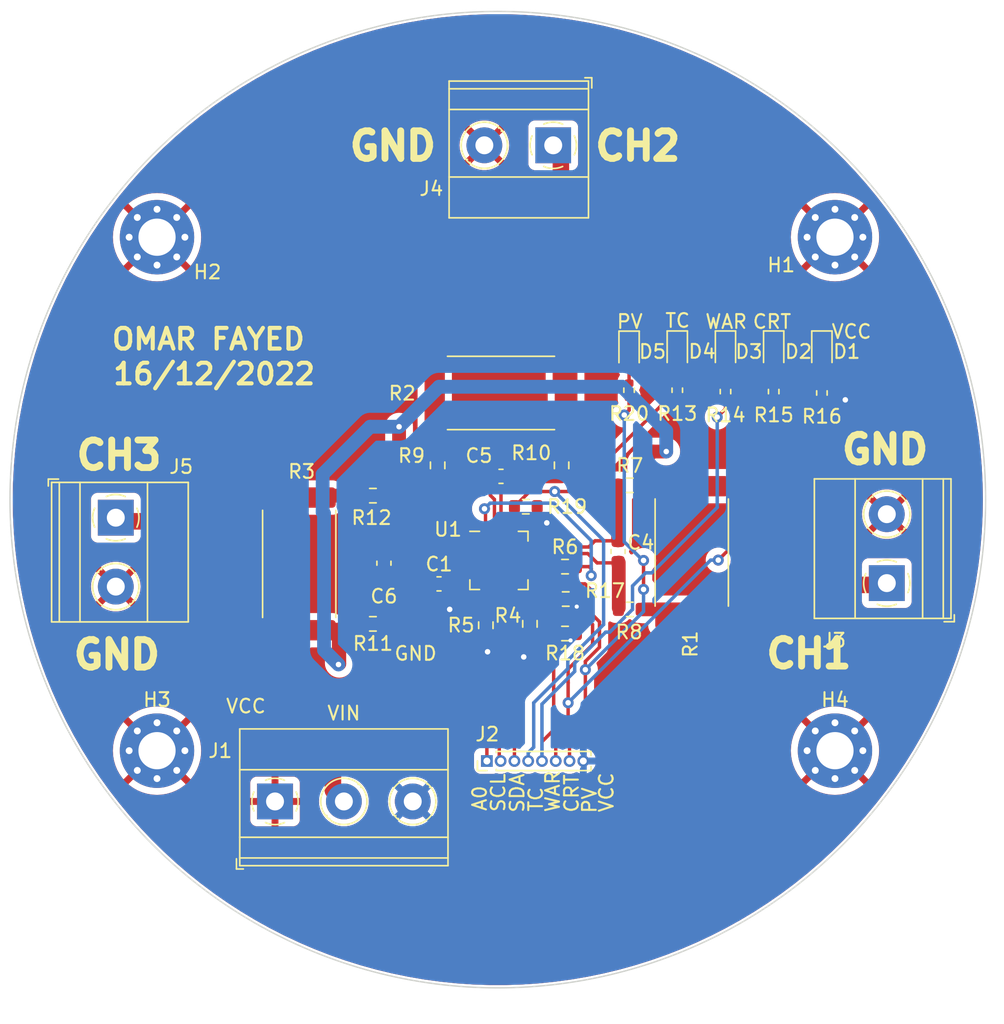
<source format=kicad_pcb>
(kicad_pcb (version 20221018) (generator pcbnew)
  (layers (0 "F.Cu" signal) (31 "B.Cu" signal) (34 "B.Paste" user) (35 "F.Paste" user) (36 "B.SilkS" user "B.Silkscreen") (37 "F.SilkS" user "F.Silkscreen") (38 "B.Mask" user) (39 "F.Mask" user) (44 "Edge.Cuts" user))
  (net 0 "")
  (net 1 "Net-(C4-Pad1)")
  (net 2 "Net-(C4-Pad2)")
  (net 3 "GND")
  (net 4 "VCC")
  (net 5 "A0")
  (net 6 "SCL")
  (net 7 "SDA")
  (net 8 "WARN")
  (net 9 "CRITICAL")
  (net 10 "PV")
  (net 11 "Net-(C5-Pad1)")
  (net 12 "Net-(C5-Pad2)")
  (net 13 "TC")
  (net 14 "Net-(C6-Pad1)")
  (net 15 "Net-(C6-Pad2)")
  (net 16 "Net-(D2-Pad2)")
  (net 17 "Net-(D1-Pad2)")
  (net 18 "IN+1")
  (net 19 "Net-(D3-Pad2)")
  (net 20 "Net-(D4-Pad2)")
  (net 21 "Net-(D5-Pad2)")
  (net 22 "Net-(R6-Pad2)")
  (net 23 "IN-1")
  (net 24 "IN-2")
  (net 25 "IN-3")
  (footprint "Resistor_SMD:R_0603_1608Metric" (layer "F.Cu") (at 142.55 73.95)
    (fp_text reference "R6" (at 0 -1.43) (layer "F.SilkS"))
    (fp_text value "10k")
    (pad "1" smd roundrect (at -0.825 0) (size 0.8 0.95) (layers "F.Cu" "F.Paste" "F.Mask") (net 10 "PV"))
    (pad "2" smd roundrect (at 0.825 0) (size 0.8 0.95) (layers "F.Cu" "F.Paste" "F.Mask") (net 22 "Net-(R6-Pad2)"))
  )
  (footprint "Resistor_SMD:R_0603_1608Metric" (layer "F.Cu") (at 147.25 77.05)
    (fp_text reference "R8" (at -0.05 1.65) (layer "F.SilkS"))
    (fp_text value "10R")
    (pad "1" smd roundrect (at -0.825 0) (size 0.8 0.95) (layers "F.Cu" "F.Paste" "F.Mask") (net 1 "Net-(C4-Pad1)"))
    (pad "2" smd roundrect (at 0.825 0) (size 0.8 0.95) (layers "F.Cu" "F.Paste" "F.Mask") (net 23 "IN-1"))
  )
  (footprint "LED_SMD:LED_0603_1608Metric" (layer "F.Cu") (at 150.7 58.3375 -90)
    (fp_text reference "D4" (at 0 -1.8) (layer "F.SilkS"))
    (fp_text value "LED")
    (pad "1" smd roundrect (at -0.7875 0 270) (size 0.875 0.95) (layers "F.Cu" "F.Paste" "F.Mask") (net 3 "GND"))
    (pad "2" smd roundrect (at 0.7875 0 270) (size 0.875 0.95) (layers "F.Cu" "F.Paste" "F.Mask") (net 20 "Net-(D4-Pad2)"))
  )
  (footprint "MountingHole:MountingHole_2.7mm_M2.5_Pad_Via" (layer "F.Cu") (at 112.925 87.3)
    (fp_text reference "H3" (at 0 -3.7) (layer "F.SilkS"))
    (fp_text value "MountingHole_Pad")
    (pad "1" thru_hole circle (at -2.025 0) (size 0.8 0.8) (drill 0.5) (layers "*.Cu" "*.Mask") (net 3 "GND"))
    (pad "1" thru_hole circle (at -1.431891 -1.431891) (size 0.8 0.8) (drill 0.5) (layers "*.Cu" "*.Mask") (net 3 "GND"))
    (pad "1" thru_hole circle (at -1.431891 1.431891) (size 0.8 0.8) (drill 0.5) (layers "*.Cu" "*.Mask") (net 3 "GND"))
    (pad "1" thru_hole circle (at 0 -2.025) (size 0.8 0.8) (drill 0.5) (layers "*.Cu" "*.Mask") (net 3 "GND"))
    (pad "1" thru_hole circle (at 0 0) (size 5.4 5.4) (drill 2.7) (layers "*.Cu" "*.Mask") (net 3 "GND"))
    (pad "1" thru_hole circle (at 0 2.025) (size 0.8 0.8) (drill 0.5) (layers "*.Cu" "*.Mask") (net 3 "GND"))
    (pad "1" thru_hole circle (at 1.431891 -1.431891) (size 0.8 0.8) (drill 0.5) (layers "*.Cu" "*.Mask") (net 3 "GND"))
    (pad "1" thru_hole circle (at 1.431891 1.431891) (size 0.8 0.8) (drill 0.5) (layers "*.Cu" "*.Mask") (net 3 "GND"))
    (pad "1" thru_hole circle (at 2.025 0) (size 0.8 0.8) (drill 0.5) (layers "*.Cu" "*.Mask") (net 3 "GND"))
  )
  (footprint "LED_SMD:LED_0603_1608Metric" (layer "F.Cu") (at 147.2 58.35 -90)
    (fp_text reference "D5" (at 0 -1.7) (layer "F.SilkS"))
    (fp_text value "LED")
    (pad "1" smd roundrect (at -0.7875 0 270) (size 0.875 0.95) (layers "F.Cu" "F.Paste" "F.Mask") (net 3 "GND"))
    (pad "2" smd roundrect (at 0.7875 0 270) (size 0.875 0.95) (layers "F.Cu" "F.Paste" "F.Mask") (net 21 "Net-(D5-Pad2)"))
  )
  (footprint "Resistor_SMD:R_0603_1608Metric" (layer "F.Cu") (at 133.3 66.6 90)
    (fp_text reference "R9" (at 0.7 -1.9 180) (layer "F.SilkS"))
    (fp_text value "10R")
    (pad "1" smd roundrect (at -0.825 0 90) (size 0.8 0.95) (layers "F.Cu" "F.Paste" "F.Mask") (net 12 "Net-(C5-Pad2)"))
    (pad "2" smd roundrect (at 0.825 0 90) (size 0.8 0.95) (layers "F.Cu" "F.Paste" "F.Mask") (net 18 "IN+1"))
  )
  (footprint "Resistor_SMD:R_4020_10251Metric" (layer "F.Cu") (at 151.75 72.925 -90)
    (fp_text reference "R1" (at 6.65 0.1 -90) (layer "F.SilkS"))
    (fp_text value "1R")
    (pad "1" smd roundrect (at -4.8125 0 270) (size 1.475 5.3) (layers "F.Cu" "F.Paste" "F.Mask") (roundrect_rratio 0.169492) (net 18 "IN+1"))
    (pad "2" smd roundrect (at 4.8125 0 270) (size 1.475 5.3) (layers "F.Cu" "F.Paste" "F.Mask") (roundrect_rratio 0.169492) (net 23 "IN-1"))
  )
  (footprint "Resistor_SMD:R_0402_1005Metric" (layer "F.Cu") (at 154.2 61.25 90)
    (fp_text reference "R14" (at -1.7 0) (layer "F.SilkS"))
    (fp_text value "330R")
    (pad "1" smd roundrect (at -0.51 0 90) (size 0.54 0.64) (layers "F.Cu" "F.Paste" "F.Mask") (net 8 "WARN"))
    (pad "2" smd roundrect (at 0.51 0 90) (size 0.54 0.64) (layers "F.Cu" "F.Paste" "F.Mask") (net 19 "Net-(D3-Pad2)"))
  )
  (footprint "Resistor_SMD:R_0402_1005Metric" (layer "F.Cu") (at 157.7 61.25 90)
    (fp_text reference "R15" (at -1.7 0) (layer "F.SilkS"))
    (fp_text value "330R")
    (pad "1" smd roundrect (at -0.51 0 90) (size 0.54 0.64) (layers "F.Cu" "F.Paste" "F.Mask") (net 9 "CRITICAL"))
    (pad "2" smd roundrect (at 0.51 0 90) (size 0.54 0.64) (layers "F.Cu" "F.Paste" "F.Mask") (net 16 "Net-(D2-Pad2)"))
  )
  (footprint "Resistor_SMD:R_0603_1608Metric" (layer "F.Cu") (at 147.25 68.05)
    (fp_text reference "R7" (at 0 -1.43) (layer "F.SilkS"))
    (fp_text value "10R")
    (pad "1" smd roundrect (at -0.825 0) (size 0.8 0.95) (layers "F.Cu" "F.Paste" "F.Mask") (net 2 "Net-(C4-Pad2)"))
    (pad "2" smd roundrect (at 0.825 0) (size 0.8 0.95) (layers "F.Cu" "F.Paste" "F.Mask") (net 18 "IN+1"))
  )
  (footprint "LED_SMD:LED_0603_1608Metric" (layer "F.Cu") (at 161.2 58.3375 -90)
    (fp_text reference "D1" (at 0.0125 -1.8) (layer "F.SilkS"))
    (fp_text value "LED")
    (pad "1" smd roundrect (at -0.7875 0 270) (size 0.875 0.95) (layers "F.Cu" "F.Paste" "F.Mask") (net 3 "GND"))
    (pad "2" smd roundrect (at 0.7875 0 270) (size 0.875 0.95) (layers "F.Cu" "F.Paste" "F.Mask") (net 17 "Net-(D1-Pad2)"))
  )
  (footprint "Resistor_SMD:R_0402_1005Metric" (layer "F.Cu") (at 150.7 61.15 90)
    (fp_text reference "R13" (at -1.7 0) (layer "F.SilkS"))
    (fp_text value "330R")
    (pad "1" smd roundrect (at -0.51 0 90) (size 0.54 0.64) (layers "F.Cu" "F.Paste" "F.Mask") (net 13 "TC"))
    (pad "2" smd roundrect (at 0.51 0 90) (size 0.54 0.64) (layers "F.Cu" "F.Paste" "F.Mask") (net 20 "Net-(D4-Pad2)"))
  )
  (footprint "Connector_PinHeader_1.00mm:PinHeader_1x08_P1.00mm_Vertical" (layer "F.Cu") (at 136.875 88.05 90)
    (fp_text reference "J2" (at 1.944 0.031 180) (layer "F.SilkS"))
    (fp_text value "Conn_01x08_Female")
    (pad "1" thru_hole rect (at 0 0 90) (size 0.85 0.85) (drill 0.5) (layers "*.Cu" "*.Mask") (net 5 "A0"))
    (pad "2" thru_hole oval (at 0 1 90) (size 0.85 0.85) (drill 0.5) (layers "*.Cu" "*.Mask") (net 6 "SCL"))
    (pad "3" thru_hole oval (at 0 2 90) (size 0.85 0.85) (drill 0.5) (layers "*.Cu" "*.Mask") (net 7 "SDA"))
    (pad "4" thru_hole oval (at 0 3 90) (size 0.85 0.85) (drill 0.5) (layers "*.Cu" "*.Mask") (net 13 "TC"))
    (pad "5" thru_hole oval (at 0 4 90) (size 0.85 0.85) (drill 0.5) (layers "*.Cu" "*.Mask") (net 8 "WARN"))
    (pad "6" thru_hole oval (at 0 5 90) (size 0.85 0.85) (drill 0.5) (layers "*.Cu" "*.Mask") (net 9 "CRITICAL"))
    (pad "7" thru_hole oval (at 0 6 90) (size 0.85 0.85) (drill 0.5) (layers "*.Cu" "*.Mask") (net 10 "PV"))
    (pad "8" thru_hole oval (at 0 7 90) (size 0.85 0.85) (drill 0.5) (layers "*.Cu" "*.Mask") (net 4 "VCC"))
  )
  (footprint "Capacitor_SMD:C_0603_1608Metric" (layer "F.Cu") (at 129.4 73.7 -90)
    (fp_text reference "C6" (at 2.4 0 180) (layer "F.SilkS"))
    (fp_text value "0.1uF")
    (pad "1" smd roundrect (at -0.775 0 270) (size 0.9 0.95) (layers "F.Cu" "F.Paste" "F.Mask") (net 14 "Net-(C6-Pad1)"))
    (pad "2" smd roundrect (at 0.775 0 270) (size 0.9 0.95) (layers "F.Cu" "F.Paste" "F.Mask") (net 15 "Net-(C6-Pad2)"))
  )
  (footprint "Resistor_SMD:R_0402_1005Metric" (layer "F.Cu") (at 161.2 61.35 90)
    (fp_text reference "R16" (at -1.7 0) (layer "F.SilkS"))
    (fp_text value "330R")
    (pad "1" smd roundrect (at -0.51 0 90) (size 0.54 0.64) (layers "F.Cu" "F.Paste" "F.Mask") (net 4 "VCC"))
    (pad "2" smd roundrect (at 0.51 0 90) (size 0.54 0.64) (layers "F.Cu" "F.Paste" "F.Mask") (net 17 "Net-(D1-Pad2)"))
  )
  (footprint "LED_SMD:LED_0603_1608Metric" (layer "F.Cu") (at 157.7 58.3375 -90)
    (fp_text reference "D2" (at 0.0125 -1.8) (layer "F.SilkS"))
    (fp_text value "LED")
    (pad "1" smd roundrect (at -0.7875 0 270) (size 0.875 0.95) (layers "F.Cu" "F.Paste" "F.Mask") (net 3 "GND"))
    (pad "2" smd roundrect (at 0.7875 0 270) (size 0.875 0.95) (layers "F.Cu" "F.Paste" "F.Mask") (net 16 "Net-(D2-Pad2)"))
  )
  (footprint "MountingHole:MountingHole_2.7mm_M2.5_Pad_Via" (layer "F.Cu") (at 162.15 87.3)
    (fp_text reference "H4" (at 0 -3.7) (layer "F.SilkS"))
    (fp_text value "MountingHole_Pad")
    (pad "1" thru_hole circle (at -2.025 0) (size 0.8 0.8) (drill 0.5) (layers "*.Cu" "*.Mask") (net 3 "GND"))
    (pad "1" thru_hole circle (at -1.431891 -1.431891) (size 0.8 0.8) (drill 0.5) (layers "*.Cu" "*.Mask") (net 3 "GND"))
    (pad "1" thru_hole circle (at -1.431891 1.431891) (size 0.8 0.8) (drill 0.5) (layers "*.Cu" "*.Mask") (net 3 "GND"))
    (pad "1" thru_hole circle (at 0 -2.025) (size 0.8 0.8) (drill 0.5) (layers "*.Cu" "*.Mask") (net 3 "GND"))
    (pad "1" thru_hole circle (at 0 0) (size 5.4 5.4) (drill 2.7) (layers "*.Cu" "*.Mask") (net 3 "GND"))
    (pad "1" thru_hole circle (at 0 2.025) (size 0.8 0.8) (drill 0.5) (layers "*.Cu" "*.Mask") (net 3 "GND"))
    (pad "1" thru_hole circle (at 1.431891 -1.431891) (size 0.8 0.8) (drill 0.5) (layers "*.Cu" "*.Mask") (net 3 "GND"))
    (pad "1" thru_hole circle (at 1.431891 1.431891) (size 0.8 0.8) (drill 0.5) (layers "*.Cu" "*.Mask") (net 3 "GND"))
    (pad "1" thru_hole circle (at 2.025 0) (size 0.8 0.8) (drill 0.5) (layers "*.Cu" "*.Mask") (net 3 "GND"))
  )
  (footprint "Resistor_SMD:R_0603_1608Metric" (layer "F.Cu") (at 140 78.1 90)
    (fp_text reference "R4" (at 0.6 -1.6 180) (layer "F.SilkS"))
    (fp_text value "10K")
    (pad "1" smd roundrect (at -0.825 0 90) (size 0.8 0.95) (layers "F.Cu" "F.Paste" "F.Mask") (net 4 "VCC"))
    (pad "2" smd roundrect (at 0.825 0 90) (size 0.8 0.95) (layers "F.Cu" "F.Paste" "F.Mask") (net 7 "SDA"))
  )
  (footprint "LED_SMD:LED_0603_1608Metric" (layer "F.Cu") (at 154.2 58.3375 -90)
    (fp_text reference "D3" (at 0.0125 -1.7) (layer "F.SilkS"))
    (fp_text value "LED")
    (pad "1" smd roundrect (at -0.7875 0 270) (size 0.875 0.95) (layers "F.Cu" "F.Paste" "F.Mask") (net 3 "GND"))
    (pad "2" smd roundrect (at 0.7875 0 270) (size 0.875 0.95) (layers "F.Cu" "F.Paste" "F.Mask") (net 19 "Net-(D3-Pad2)"))
  )
  (footprint "Resistor_SMD:R_4020_10251Metric" (layer "F.Cu") (at 137.9 61.35)
    (fp_text reference "R2" (at -7.175 0.025) (layer "F.SilkS"))
    (fp_text value "1R")
    (pad "1" smd roundrect (at -4.8125 0) (size 1.475 5.3) (layers "F.Cu" "F.Paste" "F.Mask") (roundrect_rratio 0.169492) (net 18 "IN+1"))
    (pad "2" smd roundrect (at 4.8125 0) (size 1.475 5.3) (layers "F.Cu" "F.Paste" "F.Mask") (roundrect_rratio 0.169492) (net 24 "IN-2"))
  )
  (footprint "Resistor_SMD:R_0603_1608Metric" (layer "F.Cu") (at 136.8 78.2 90)
    (fp_text reference "R5" (at 0 -1.8 180) (layer "F.SilkS"))
    (fp_text value "10K")
    (pad "1" smd roundrect (at -0.825 0 90) (size 0.8 0.95) (layers "F.Cu" "F.Paste" "F.Mask") (net 4 "VCC"))
    (pad "2" smd roundrect (at 0.825 0 90) (size 0.8 0.95) (layers "F.Cu" "F.Paste" "F.Mask") (net 6 "SCL"))
  )
  (footprint "Capacitor_SMD:C_0603_1608Metric" (layer "F.Cu") (at 137.9 67.4 180)
    (fp_text reference "C5" (at 1.6 1.5) (layer "F.SilkS"))
    (fp_text value "0.1uF")
    (pad "1" smd roundrect (at -0.775 0 180) (size 0.9 0.95) (layers "F.Cu" "F.Paste" "F.Mask") (net 11 "Net-(C5-Pad1)"))
    (pad "2" smd roundrect (at 0.775 0 180) (size 0.9 0.95) (layers "F.Cu" "F.Paste" "F.Mask") (net 12 "Net-(C5-Pad2)"))
  )
  (footprint "Capacitor_SMD:C_0603_1608Metric" (layer "F.Cu") (at 133.4 75.2)
    (fp_text reference "C1" (at 0 -1.43) (layer "F.SilkS"))
    (fp_text value "0.1uF")
    (pad "1" smd roundrect (at -0.775 0) (size 0.9 0.95) (layers "F.Cu" "F.Paste" "F.Mask") (net 3 "GND"))
    (pad "2" smd roundrect (at 0.775 0) (size 0.9 0.95) (layers "F.Cu" "F.Paste" "F.Mask") (net 4 "VCC"))
  )
  (footprint "TerminalBlock_Phoenix:TerminalBlock_Phoenix_MKDS-1,5-2_1x02_P5.00mm_Horizontal" (layer "F.Cu") (at 141.692 43.383 180)
    (fp_text reference "J4" (at 8.85 -3.15) (layer "F.SilkS"))
    (fp_text value "Screw_Terminal_01x02")
    (pad "1" thru_hole rect (at 0 0 180) (size 2.6 2.6) (drill 1.3) (layers "*.Cu" "*.Mask") (net 24 "IN-2"))
    (pad "2" thru_hole circle (at 5 0 180) (size 2.6 2.6) (drill 1.3) (layers "*.Cu" "*.Mask") (net 3 "GND"))
  )
  (footprint "TerminalBlock_Phoenix:TerminalBlock_Phoenix_MKDS-1,5-2_1x02_P5.00mm_Horizontal" (layer "F.Cu") (at 109.931 70.398 -90)
    (fp_text reference "J5" (at -3.7 -4.75 180) (layer "F.SilkS"))
    (fp_text value "Screw_Terminal_01x02")
    (pad "1" thru_hole rect (at 0 0 270) (size 2.6 2.6) (drill 1.3) (layers "*.Cu" "*.Mask") (net 25 "IN-3"))
    (pad "2" thru_hole circle (at 5 0 270) (size 2.6 2.6) (drill 1.3) (layers "*.Cu" "*.Mask") (net 3 "GND"))
  )
  (footprint "TerminalBlock_Phoenix:TerminalBlock_Phoenix_MKDS-1,5-2_1x02_P5.00mm_Horizontal" (layer "F.Cu") (at 165.913 75.144 90)
    (fp_text reference "J3" (at -4.15 -3.825 180) (layer "F.SilkS"))
    (fp_text value "Screw_Terminal_01x02")
    (pad "1" thru_hole rect (at 0 0 90) (size 2.6 2.6) (drill 1.3) (layers "*.Cu" "*.Mask") (net 23 "IN-1"))
    (pad "2" thru_hole circle (at 5 0 90) (size 2.6 2.6) (drill 1.3) (layers "*.Cu" "*.Mask") (net 3 "GND"))
  )
  (footprint "Resistor_SMD:R_0603_1608Metric" (layer "F.Cu") (at 142.3 66.6 90)
    (fp_text reference "R10" (at 0.9 -2.2 180) (layer "F.SilkS"))
    (fp_text value "10R")
    (pad "1" smd roundrect (at -0.825 0 90) (size 0.8 0.95) (layers "F.Cu" "F.Paste" "F.Mask") (net 11 "Net-(C5-Pad1)"))
    (pad "2" smd roundrect (at 0.825 0 90) (size 0.8 0.95) (layers "F.Cu" "F.Paste" "F.Mask") (net 24 "IN-2"))
  )
  (footprint "TerminalBlock_Phoenix:TerminalBlock_Phoenix_MKDS-1,5-3_1x03_P5.00mm_Horizontal" (layer "F.Cu") (at 121.492 90.983)
    (fp_text reference "J1" (at -3.975 -3.675) (layer "F.SilkS"))
    (fp_text value "Screw_Terminal_01x03")
    (pad "1" thru_hole rect (at 0 0) (size 2.6 2.6) (drill 1.3) (layers "*.Cu" "*.Mask") (net 3 "GND"))
    (pad "2" thru_hole circle (at 5 0) (size 2.6 2.6) (drill 1.3) (layers "*.Cu" "*.Mask") (net 18 "IN+1"))
    (pad "3" thru_hole circle (at 10 0) (size 2.6 2.6) (drill 1.3) (layers "*.Cu" "*.Mask") (net 4 "VCC"))
  )
  (footprint "Capacitor_SMD:C_0603_1608Metric" (layer "F.Cu") (at 146.4 72.85 90)
    (fp_text reference "C4" (at 0.65 1.65 180) (layer "F.SilkS"))
    (fp_text value "0.1uF")
    (pad "1" smd roundrect (at -0.775 0 90) (size 0.9 0.95) (layers "F.Cu" "F.Paste" "F.Mask") (net 1 "Net-(C4-Pad1)"))
    (pad "2" smd roundrect (at 0.775 0 90) (size 0.9 0.95) (layers "F.Cu" "F.Paste" "F.Mask") (net 2 "Net-(C4-Pad2)"))
  )
  (footprint "Package_DFN_QFN:Texas_RGV_S-PVQFN-N16_EP2.1x2.1mm" (layer "F.Cu") (at 137.75 73.5)
    (fp_text reference "U1" (at -3.7 -2.25) (layer "F.SilkS"))
    (fp_text value "INA3221")
    (pad "1" smd roundrect (at -1.8625 -0.975) (size 1.025 0.35) (layers "F.Cu" "F.Paste" "F.Mask") (net 14 "Net-(C6-Pad1)"))
    (pad "2" smd roundrect (at -1.8625 -0.325) (size 1.025 0.35) (layers "F.Cu" "F.Paste" "F.Mask") (net 15 "Net-(C6-Pad2)"))
    (pad "3" smd roundrect (at -1.8625 0.325) (size 1.025 0.35) (layers "F.Cu" "F.Paste" "F.Mask") (net 3 "GND"))
    (pad "4" smd roundrect (at -1.8625 0.975) (size 1.025 0.35) (layers "F.Cu" "F.Paste" "F.Mask") (net 4 "VCC"))
    (pad "5" smd roundrect (at -0.975 1.8625) (size 0.35 1.025) (layers "F.Cu" "F.Paste" "F.Mask") (net 5 "A0"))
    (pad "6" smd roundrect (at -0.325 1.8625) (size 0.35 1.025) (layers "F.Cu" "F.Paste" "F.Mask") (net 6 "SCL"))
    (pad "7" smd roundrect (at 0.325 1.8625) (size 0.35 1.025) (layers "F.Cu" "F.Paste" "F.Mask") (net 7 "SDA"))
    (pad "8" smd roundrect (at 0.975 1.8625) (size 0.35 1.025) (layers "F.Cu" "F.Paste" "F.Mask") (net 8 "WARN"))
    (pad "9" smd roundrect (at 1.8625 0.975) (size 1.025 0.35) (layers "F.Cu" "F.Paste" "F.Mask") (net 9 "CRITICAL"))
    (pad "10" smd roundrect (at 1.8625 0.325) (size 1.025 0.35) (layers "F.Cu" "F.Paste" "F.Mask") (net 10 "PV"))
    (pad "11" smd roundrect (at 1.8625 -0.325) (size 1.025 0.35) (layers "F.Cu" "F.Paste" "F.Mask") (net 1 "Net-(C4-Pad1)"))
    (pad "12" smd roundrect (at 1.8625 -0.975) (size 1.025 0.35) (layers "F.Cu" "F.Paste" "F.Mask") (net 2 "Net-(C4-Pad2)"))
    (pad "13" smd roundrect (at 0.975 -1.8625) (size 0.35 1.025) (layers "F.Cu" "F.Paste" "F.Mask") (net 13 "TC"))
    (pad "14" smd roundrect (at 0.325 -1.8625) (size 0.35 1.025) (layers "F.Cu" "F.Paste" "F.Mask") (net 11 "Net-(C5-Pad1)"))
    (pad "15" smd roundrect (at -0.325 -1.8625) (size 0.35 1.025) (layers "F.Cu" "F.Paste" "F.Mask") (net 12 "Net-(C5-Pad2)"))
    (pad "16" smd roundrect (at -0.975 -1.8625) (size 0.35 1.025) (layers "F.Cu" "F.Paste" "F.Mask") (net 22 "Net-(R6-Pad2)"))
    (pad "17" smd rect (at 0 0) (size 2.1 2.1) (layers "F.Cu" "F.Mask") (net 3 "GND"))
  )
  (footprint "Resistor_SMD:R_4020_10251Metric" (layer "F.Cu") (at 123.25 73.75 90)
    (fp_text reference "R3" (at 6.7 0.175 180) (layer "F.SilkS"))
    (fp_text value "1R")
    (pad "1" smd roundrect (at -4.8125 0 90) (size 1.475 5.3) (layers "F.Cu" "F.Paste" "F.Mask") (roundrect_rratio 0.169492) (net 18 "IN+1"))
    (pad "2" smd roundrect (at 4.8125 0 90) (size 1.475 5.3) (layers "F.Cu" "F.Paste" "F.Mask") (roundrect_rratio 0.169492) (net 25 "IN-3"))
  )
  (footprint "Resistor_SMD:R_0603_1608Metric" (layer "F.Cu") (at 128.6 68.8 180)
    (fp_text reference "R12" (at 0.1 -1.6) (layer "F.SilkS"))
    (fp_text value "10R")
    (pad "1" smd roundrect (at -0.825 0 180) (size 0.8 0.95) (layers "F.Cu" "F.Paste" "F.Mask") (net 14 "Net-(C6-Pad1)"))
    (pad "2" smd roundrect (at 0.825 0 180) (size 0.8 0.95) (layers "F.Cu" "F.Paste" "F.Mask") (net 25 "IN-3"))
  )
  (footprint "MountingHole:MountingHole_2.7mm_M2.5_Pad_Via" (layer "F.Cu") (at 112.925 50.05)
    (fp_text reference "H2" (at 3.661 2.528) (layer "F.SilkS"))
    (fp_text value "MountingHole_Pad")
    (pad "1" thru_hole circle (at -2.025 0) (size 0.8 0.8) (drill 0.5) (layers "*.Cu" "*.Mask") (net 3 "GND"))
    (pad "1" thru_hole circle (at -1.431891 -1.431891) (size 0.8 0.8) (drill 0.5) (layers "*.Cu" "*.Mask") (net 3 "GND"))
    (pad "1" thru_hole circle (at -1.431891 1.431891) (size 0.8 0.8) (drill 0.5) (layers "*.Cu" "*.Mask") (net 3 "GND"))
    (pad "1" thru_hole circle (at 0 -2.025) (size 0.8 0.8) (drill 0.5) (layers "*.Cu" "*.Mask") (net 3 "GND"))
    (pad "1" thru_hole circle (at 0 0) (size 5.4 5.4) (drill 2.7) (layers "*.Cu" "*.Mask") (net 3 "GND"))
    (pad "1" thru_hole circle (at 0 2.025) (size 0.8 0.8) (drill 0.5) (layers "*.Cu" "*.Mask") (net 3 "GND"))
    (pad "1" thru_hole circle (at 1.431891 -1.431891) (size 0.8 0.8) (drill 0.5) (layers "*.Cu" "*.Mask") (net 3 "GND"))
    (pad "1" thru_hole circle (at 1.431891 1.431891) (size 0.8 0.8) (drill 0.5) (layers "*.Cu" "*.Mask") (net 3 "GND"))
    (pad "1" thru_hole circle (at 2.025 0) (size 0.8 0.8) (drill 0.5) (layers "*.Cu" "*.Mask") (net 3 "GND"))
  )
  (footprint "Resistor_SMD:R_0402_1005Metric" (layer "F.Cu") (at 147.2 61.15 90)
    (fp_text reference "R20" (at -1.7 0) (layer "F.SilkS"))
    (fp_text value "330R")
    (pad "1" smd roundrect (at -0.51 0 90) (size 0.54 0.64) (layers "F.Cu" "F.Paste" "F.Mask") (net 10 "PV"))
    (pad "2" smd roundrect (at 0.51 0 90) (size 0.54 0.64) (layers "F.Cu" "F.Paste" "F.Mask") (net 21 "Net-(D5-Pad2)"))
  )
  (footprint "Resistor_SMD:R_0603_1608Metric" (layer "F.Cu") (at 142.6 76.3 180)
    (fp_text reference "R17" (at -2.85 0.6) (layer "F.SilkS"))
    (fp_text value "10K")
    (pad "1" smd roundrect (at -0.825 0 180) (size 0.8 0.95) (layers "F.Cu" "F.Paste" "F.Mask") (net 4 "VCC"))
    (pad "2" smd roundrect (at 0.825 0 180) (size 0.8 0.95) (layers "F.Cu" "F.Paste" "F.Mask") (net 9 "CRITICAL"))
  )
  (footprint "MountingHole:MountingHole_2.7mm_M2.5_Pad_Via" (layer "F.Cu") (at 162.15 50.05)
    (fp_text reference "H1" (at -3.908 2.02) (layer "F.SilkS"))
    (fp_text value "MountingHole_Pad")
    (pad "1" thru_hole circle (at -2.025 0) (size 0.8 0.8) (drill 0.5) (layers "*.Cu" "*.Mask") (net 3 "GND"))
    (pad "1" thru_hole circle (at -1.431891 -1.431891) (size 0.8 0.8) (drill 0.5) (layers "*.Cu" "*.Mask") (net 3 "GND"))
    (pad "1" thru_hole circle (at -1.431891 1.431891) (size 0.8 0.8) (drill 0.5) (layers "*.Cu" "*.Mask") (net 3 "GND"))
    (pad "1" thru_hole circle (at 0 -2.025) (size 0.8 0.8) (drill 0.5) (layers "*.Cu" "*.Mask") (net 3 "GND"))
    (pad "1" thru_hole circle (at 0 0) (size 5.4 5.4) (drill 2.7) (layers "*.Cu" "*.Mask") (net 3 "GND"))
    (pad "1" thru_hole circle (at 0 2.025) (size 0.8 0.8) (drill 0.5) (layers "*.Cu" "*.Mask") (net 3 "GND"))
    (pad "1" thru_hole circle (at 1.431891 -1.431891) (size 0.8 0.8) (drill 0.5) (layers "*.Cu" "*.Mask") (net 3 "GND"))
    (pad "1" thru_hole circle (at 1.431891 1.431891) (size 0.8 0.8) (drill 0.5) (layers "*.Cu" "*.Mask") (net 3 "GND"))
    (pad "1" thru_hole circle (at 2.025 0) (size 0.8 0.8) (drill 0.5) (layers "*.Cu" "*.Mask") (net 3 "GND"))
  )
  (footprint "Resistor_SMD:R_0603_1608Metric" (layer "F.Cu") (at 128.6 78.1 180)
    (fp_text reference "R11" (at 0 -1.43) (layer "F.SilkS"))
    (fp_text value "10R")
    (pad "1" smd roundrect (at -0.825 0 180) (size 0.8 0.95) (layers "F.Cu" "F.Paste" "F.Mask") (net 15 "Net-(C6-Pad2)"))
    (pad "2" smd roundrect (at 0.825 0 180) (size 0.8 0.95) (layers "F.Cu" "F.Paste" "F.Mask") (net 18 "IN+1"))
  )
  (footprint "Resistor_SMD:R_0603_1608Metric" (layer "F.Cu") (at 139.7 69.6 180)
    (fp_text reference "R19" (at -3 0) (layer "F.SilkS"))
    (fp_text value "10K")
    (pad "1" smd roundrect (at -0.825 0 180) (size 0.8 0.95) (layers "F.Cu" "F.Paste" "F.Mask") (net 4 "VCC"))
    (pad "2" smd roundrect (at 0.825 0 180) (size 0.8 0.95) (layers "F.Cu" "F.Paste" "F.Mask") (net 13 "TC"))
  )
  (footprint "Resistor_SMD:R_0603_1608Metric" (layer "F.Cu") (at 142.55 78.8 180)
    (fp_text reference "R18" (at 0 -1.43) (layer "F.SilkS"))
    (fp_text value "10K")
    (pad "1" smd roundrect (at -0.825 0 180) (size 0.8 0.95) (layers "F.Cu" "F.Paste" "F.Mask") (net 4 "VCC"))
    (pad "2" smd roundrect (at 0.825 0 180) (size 0.8 0.95) (layers "F.Cu" "F.Paste" "F.Mask") (net 8 "WARN"))
  )
  (gr_circle (center 137.668 69.088) (end 163.83 92.964) (stroke (width 0.1)) (fill none) (layer "Edge.Cuts"))
  (gr_text "A0\n" (at 136.35 90.75 90) (layer "F.SilkS") (effects (font (size 1 1))))
  (gr_text "CH3" (at 110.1598 65.8622) (layer "F.SilkS") (effects (font (size 2 2) (thickness 0.5))))
  (gr_text "GND\n" (at 130.048 43.434) (layer "F.SilkS") (effects (font (size 2 2) (thickness 0.5))))
  (gr_text "VCC" (at 163.35 56.9) (layer "F.SilkS") (effects (font (size 1 1))))
  (gr_text "VCC" (at 145.55 90.325 90) (layer "F.SilkS") (effects (font (size 1 1))))
  (gr_text "PV\n" (at 147.25 56.175) (layer "F.SilkS") (effects (font (size 1 1))))
  (gr_text "TC" (at 150.725 56.1) (layer "F.SilkS") (effects (font (size 1 1))))
  (gr_text "GND\n" (at 110.0074 80.3402) (layer "F.SilkS") (effects (font (size 2 2) (thickness 0.5))))
  (gr_text "VIN\n" (at 126.492 84.582) (layer "F.SilkS") (effects (font (size 1 1))))
  (gr_text "CRT" (at 157.575 56.175) (layer "F.SilkS") (effects (font (size 1 1))))
  (gr_text "SDA\n" (at 139.075 90.375 90) (layer "F.SilkS") (effects (font (size 1 1))))
  (gr_text "CH2" (at 147.828 43.434) (layer "F.SilkS") (effects (font (size 2 2) (thickness 0.5))))
  (gr_text "WAR\n" (at 141.65 90.25 90) (layer "F.SilkS") (effects (font (size 1 1))))
  (gr_text "16/12/2022\n" (at 117.075 59.975) (layer "F.SilkS") (effects (font (size 1.5 1.5) (thickness 0.3))))
  (gr_text "TC" (at 140.425 90.825 90) (layer "F.SilkS") (effects (font (size 1 1))))
  (gr_text "VCC\n" (at 119.38 84.074) (layer "F.SilkS") (effects (font (size 1 1))))
  (gr_text "WAR\n" (at 154.25 56.175) (layer "F.SilkS") (effects (font (size 1 1))))
  (gr_text "GND\n" (at 131.7 80.25) (layer "F.SilkS") (effects (font (size 1 1))))
  (gr_text "	CH1" (at 156.4894 80.264) (layer "F.SilkS") (effects (font (size 2 2) (thickness 0.5))))
  (gr_text "CRT" (at 143.025 90.4 90) (layer "F.SilkS") (effects (font (size 1 1))))
  (gr_text "GND\n" (at 165.7858 65.4558) (layer "F.SilkS") (effects (font (size 2 2) (thickness 0.5))))
  (gr_text "SCL\n\n" (at 138.5 90.35 90) (layer "F.SilkS") (effects (font (size 1 1))))
  (gr_text "PV\n" (at 144.325 90.9 90) (layer "F.SilkS") (effects (font (size 1 1))))
  (gr_text "OMAR FAYED" (at 116.65 57.45) (layer "F.SilkS") (effects (font (size 1.5 1.5) (thickness 0.3))))
  (segment (start 140.425 73.175) (end 139.6125 73.175) (width 0.25) (layer "F.Cu") (net 1))
  (segment (start 144.875 73.675) (end 146.35 73.675) (width 0.25) (layer "F.Cu") (net 1))
  (segment (start 144.875 73.675) (end 144.2 73) (width 0.25) (layer "F.Cu") (net 1))
  (segment (start 144.2 73) (end 140.6 73) (width 0.25) (layer "F.Cu") (net 1))
  (segment (start 140.6 73) (end 140.425 73.175) (width 0.25) (layer "F.Cu") (net 1))
  (segment (start 146.35 73.675) (end 146.4 73.625) (width 0.25) (layer "F.Cu") (net 1))
  (segment (start 146.45 76.95) (end 146.45 73.65) (width 1) (layer "F.Cu") (net 1))
  (segment (start 144.275 72.525) (end 144.725 72.075) (width 0.25) (layer "F.Cu") (net 2))
  (segment (start 139.6125 72.525) (end 144.275 72.525) (width 0.25) (layer "F.Cu") (net 2))
  (segment (start 146.4 68.05) (end 146.4 72.05) (width 1) (layer "F.Cu") (net 2))
  (segment (start 144.725 72.075) (end 146.4 72.075) (width 0.25) (layer "F.Cu") (net 2))
  (segment (start 161.2 57.55) (end 161.2 55.375) (width 0.25) (layer "F.Cu") (net 3))
  (segment (start 135.8875 73.825) (end 137.425 73.825) (width 0.25) (layer "F.Cu") (net 3))
  (segment (start 132.625 74.125) (end 132.925 73.825) (width 0.25) (layer "F.Cu") (net 3))
  (segment (start 137.425 73.825) (end 137.75 73.5) (width 0.25) (layer "F.Cu") (net 3))
  (segment (start 132.925 73.825) (end 135.8875 73.825) (width 0.25) (layer "F.Cu") (net 3))
  (segment (start 161.1875 57.5625) (end 161.2 57.55) (width 0.25) (layer "F.Cu") (net 3))
  (segment (start 161.2 55.375) (end 160.4 54.575) (width 0.25) (layer "F.Cu") (net 3))
  (segment (start 132.625 75.2) (end 132.625 74.125) (width 0.25) (layer "F.Cu") (net 3))
  (segment (start 147.2 57.5625) (end 161.1875 57.5625) (width 0.25) (layer "F.Cu") (net 3))
  (segment (start 140 80.05) (end 139.55 80.5) (width 0.25) (layer "F.Cu") (net 4))
  (segment (start 134.175 77.05) (end 134.175 75.2) (width 0.25) (layer "F.Cu") (net 4))
  (segment (start 136.925 80.125) (end 136.95 80.15) (width 0.25) (layer "F.Cu") (net 4))
  (segment (start 135.8875 74.475) (end 135.8875 74.9125) (width 0.25) (layer "F.Cu") (net 4))
  (segment (start 141.225 70.775) (end 141.4 70.95) (width 0.25) (layer "F.Cu") (net 4))
  (segment (start 140.525 70.475) (end 140.525 69.6) (width 0.25) (layer "F.Cu") (net 4))
  (segment (start 135.8875 74.9125) (end 135.6 75.2) (width 0.25) (layer "F.Cu") (net 4))
  (segment (start 135.6 75.2) (end 134.175 75.2) (width 0.25) (layer "F.Cu") (net 4))
  (segment (start 140.825 70.775) (end 140.525 70.475) (width 0.25) (layer "F.Cu") (net 4))
  (segment (start 141.225 70.775) (end 140.825 70.775) (width 0.25) (layer "F.Cu") (net 4))
  (segment (start 162.89 61.86) (end 162.9 61.85) (width 0.25) (layer "F.Cu") (net 4))
  (segment (start 140 78.925) (end 140 80.05) (width 0.25) (layer "F.Cu") (net 4))
  (segment (start 161.2 61.86) (end 162.89 61.86) (width 0.25) (layer "F.Cu") (net 4))
  (segment (start 136.8 79.025) (end 136.8 80) (width 0.25) (layer "F.Cu") (net 4))
  (segment (start 136.8 80) (end 136.925 80.125) (width 0.25) (layer "F.Cu") (net 4))
  (via (at 139.55 80.5) (size 0.8) (drill 0.4) (layers "F.Cu" "B.Cu") (net 4))
  (via (at 141.225 70.775) (size 0.8) (drill 0.4) (layers "F.Cu" "B.Cu") (net 4))
  (via (at 142.95 79.3) (size 0.5) (drill 0.3) (layers "F.Cu" "B.Cu") (net 4))
  (via (at 143.4 76.85) (size 0.5) (drill 0.3) (layers "F.Cu" "B.Cu") (net 4))
  (via (at 136.925 80.125) (size 0.8) (drill 0.4) (layers "F.Cu" "B.Cu") (net 4))
  (via (at 162.9 61.85) (size 0.8) (drill 0.4) (layers "F.Cu" "B.Cu") (net 4))
  (via (at 134.175 77.05) (size 0.8) (drill 0.4) (layers "F.Cu" "B.Cu") (net 4))
  (segment (start 136.875 87.075) (end 136.875 88.05) (width 0.25) (layer "F.Cu") (net 5))
  (segment (start 135.75 76.75) (end 135.75 85) (width 0.25) (layer "F.Cu") (net 5))
  (segment (start 136.775 75.3625) (end 136.775 75.725) (width 0.25) (layer "F.Cu") (net 5))
  (segment (start 136.775 75.725) (end 135.75 76.75) (width 0.25) (layer "F.Cu") (net 5))
  (segment (start 135.75 85) (end 136.525 85.775) (width 0.25) (layer "F.Cu") (net 5))
  (segment (start 136.525 86.725) (end 136.875 87.075) (width 0.25) (layer "F.Cu") (net 5))
  (segment (start 136.525 85.775) (end 136.525 86.725) (width 0.25) (layer "F.Cu") (net 5))
  (segment (start 136.8 77.375) (end 137.775 78.35) (width 0.25) (layer "F.Cu") (net 6))
  (segment (start 137.775 87.95) (end 137.875 88.05) (width 0.25) (layer "F.Cu") (net 6))
  (segment (start 137.425 76.75) (end 136.8 77.375) (width 0.25) (layer "F.Cu") (net 6))
  (segment (start 137.425 75.3625) (end 137.425 76.75) (width 0.25) (layer "F.Cu") (net 6))
  (segment (start 137.775 78.35) (end 137.775 87.95) (width 0.25) (layer "F.Cu") (net 6))
  (segment (start 138.875 86.025) (end 138.875 88.05) (width 0.25) (layer "F.Cu") (net 7))
  (segment (start 139.025 78.675) (end 138.5 79.2) (width 0.25) (layer "F.Cu") (net 7))
  (segment (start 139.025 78.25) (end 139.025 78.675) (width 0.25) (layer "F.Cu") (net 7))
  (segment (start 138.075 76.125) (end 138.075 75.3625) (width 0.25) (layer "F.Cu") (net 7))
  (segment (start 138.5 76.55) (end 138.075 76.125) (width 0.25) (layer "F.Cu") (net 7))
  (segment (start 138.5 79.2) (end 138.5 85.65) (width 0.25) (layer "F.Cu") (net 7))
  (segment (start 138.5 85.65) (end 138.875 86.025) (width 0.25) (layer "F.Cu") (net 7))
  (segment (start 139.8 76.55) (end 138.5 76.55) (width 0.25) (layer "F.Cu") (net 7))
  (segment (start 140 76.75) (end 139.8 76.55) (width 0.25) (layer "F.Cu") (net 7))
  (segment (start 140 77.275) (end 140 76.75) (width 0.25) (layer "F.Cu") (net 7))
  (segment (start 140 77.275) (end 139.025 78.25) (width 0.25) (layer "F.Cu") (net 7))
  (segment (start 141.725 78.8) (end 141.725 85.8) (width 0.25) (layer "F.Cu") (net 8))
  (segment (start 140.95 76.55) (end 140.95 78.5) (width 0.25) (layer "F.Cu") (net 8))
  (segment (start 154.2 62.5) (end 153.6 63.1) (width 0.25) (layer "F.Cu") (net 8))
  (segment (start 138.725 75.3625) (end 139.7625 75.3625) (width 0.25) (layer "F.Cu") (net 8))
  (segment (start 140.875 86.65) (end 140.875 88.05) (width 0.25) (layer "F.Cu") (net 8))
  (segment (start 141.725 85.8) (end 140.875 86.65) (width 0.25) (layer "F.Cu") (net 8))
  (segment (start 154.2 61.76) (end 154.2 62.5) (width 0.25) (layer "F.Cu") (net 8))
  (segment (start 140.95 78.5) (end 141.25 78.8) (width 0.25) (layer "F.Cu") (net 8))
  (segment (start 141.25 78.8) (end 141.725 78.8) (width 0.25) (layer "F.Cu") (net 8))
  (segment (start 139.7625 75.3625) (end 140.95 76.55) (width 0.25) (layer "F.Cu") (net 8))
  (via (at 153.6 63.1) (size 0.8) (drill 0.4) (layers "F.Cu" "B.Cu") (net 8))
  (segment (start 148.4 74.4) (end 147.45 75.35) (width 0.25) (layer "B.Cu") (net 8))
  (segment (start 143.25 80.95) (end 143.25 81.55) (width 0.25) (layer "B.Cu") (net 8))
  (segment (start 145.5 78.7) (end 143.25 80.95) (width 0.25) (layer "B.Cu") (net 8))
  (segment (start 145.8 78.7) (end 145.5 78.7) (width 0.25) (layer "B.Cu") (net 8))
  (segment (start 140.875 83.925) (end 140.875 88.05) (width 0.25) (layer "B.Cu") (net 8))
  (segment (start 153.6 69.65) (end 148.85 74.4) (width 0.25) (layer "B.Cu") (net 8))
  (segment (start 147.45 77.05) (end 145.8 78.7) (width 0.25) (layer "B.Cu") (net 8))
  (segment (start 143.25 81.55) (end 140.875 83.925) (width 0.25) (layer "B.Cu") (net 8))
  (segment (start 153.6 63.1) (end 153.6 69.65) (width 0.25) (layer "B.Cu") (net 8))
  (segment (start 147.45 75.35) (end 147.45 77.05) (width 0.25) (layer "B.Cu") (net 8))
  (segment (start 148.85 74.4) (end 148.4 74.4) (width 0.25) (layer "B.Cu") (net 8))
  (segment (start 142.775 82.375) (end 142.775 83.825) (width 0.25) (layer "F.Cu") (net 9))
  (segment (start 141.775 75.6) (end 141.775 76.3) (width 0.25) (layer "F.Cu") (net 9))
  (segment (start 156.675 63.175) (end 156.65 63.2) (width 0.25) (layer "F.Cu") (net 9))
  (segment (start 141.975 76.5) (end 141.775 76.3) (width 0.25) (layer "F.Cu") (net 9))
  (segment (start 157.7 61.76) (end 157.7 62.15) (width 0.25) (layer "F.Cu") (net 9))
  (segment (start 156.65 63.2) (end 156.65 70.5) (width 0.25) (layer "F.Cu") (net 9))
  (segment (start 153.675 73.475) (end 153.65 73.5) (width 0.25) (layer "F.Cu") (net 9))
  (segment (start 157.7 62.15) (end 156.675 63.175) (width 0.25) (layer "F.Cu") (net 9))
  (segment (start 156.65 70.5) (end 153.675 73.475) (width 0.25) (layer "F.Cu") (net 9))
  (segment (start 142.775 83.825) (end 142.775 85.9) (width 0.25) (layer "F.Cu") (net 9))
  (segment (start 142.775 85.9) (end 141.875 86.8) (width 0.25) (layer "F.Cu") (net 9))
  (segment (start 142.4 77.65) (end 144.05 77.65) (width 0.25) (layer "F.Cu") (net 9))
  (segment (start 142.775 81.375) (end 142.775 82.375) (width 0.25) (layer "F.Cu") (net 9))
  (segment (start 144.05 77.65) (end 144.55 78.15) (width 0.25) (layer "F.Cu") (net 9))
  (segment (start 141.775 77.025) (end 142.4 77.65) (width 0.25) (layer "F.Cu") (net 9))
  (segment (start 144.55 79.6) (end 142.775 81.375) (width 0.25) (layer "F.Cu") (net 9))
  (segment (start 141.775 76.3) (end 141.775 77.025) (width 0.25) (layer "F.Cu") (net 9))
  (segment (start 141.875 86.8) (end 141.875 88.05) (width 0.25) (layer "F.Cu") (net 9))
  (segment (start 139.6125 74.475) (end 140.65 74.475) (width 0.25) (layer "F.Cu") (net 9))
  (segment (start 140.65 74.475) (end 141.775 75.6) (width 0.25) (layer "F.Cu") (net 9))
  (segment (start 144.55 78.15) (end 144.55 79.6) (width 0.25) (layer "F.Cu") (net 9))
  (via (at 153.675 73.475) (size 0.8) (drill 0.4) (layers "F.Cu" "B.Cu") (net 9))
  (via (at 142.775 83.825) (size 0.8) (drill 0.4) (layers "F.Cu" "B.Cu") (net 9))
  (segment (start 153.675 73.475) (end 153.125 73.475) (width 0.25) (layer "B.Cu") (net 9))
  (segment (start 153.125 73.475) (end 142.775 83.825) (width 0.25) (layer "B.Cu") (net 9))
  (segment (start 139.6125 73.825) (end 141.6 73.825) (width 0.25) (layer "F.Cu") (net 10))
  (segment (start 141.6 73.825) (end 141.725 73.95) (width 0.25) (layer "F.Cu") (net 10))
  (segment (start 141.8 73.825) (end 141.975 74) (width 0.25) (layer "F.Cu") (net 10))
  (segment (start 144 75.2) (end 144.45 75.65) (width 0.25) (layer "F.Cu") (net 10))
  (segment (start 144.45 77.35) (end 145.05 77.95) (width 0.25) (layer "F.Cu") (net 10))
  (segment (start 144.45 75.65) (end 144.45 77.35) (width 0.25) (layer "F.Cu") (net 10))
  (segment (start 148.25 75.6) (end 148.25 73.5) (width 0.25) (layer "F.Cu") (net 10))
  (segment (start 144.025 81.425) (end 144.025 80.825) (width 0.25) (layer "F.Cu") (net 10))
  (segment (start 141.725 74.725) (end 142.2 75.2) (width 0.25) (layer "F.Cu") (net 10))
  (segment (start 144.025 85.525) (end 142.875 86.675) (width 0.25) (layer "F.Cu") (net 10))
  (segment (start 145.05 77.95) (end 145.05 79.8) (width 0.25) (layer "F.Cu") (net 10))
  (segment (start 141.725 73.95) (end 141.725 74.725) (width 0.25) (layer "F.Cu") (net 10))
  (segment (start 147.2 61.66) (end 147.2 62.6) (width 0.25) (layer "F.Cu") (net 10))
  (segment (start 147.2 62.6) (end 146.85 62.95) (width 0.25) (layer "F.Cu") (net 10))
  (segment (start 144.025 81.425) (end 144.025 85.525) (width 0.25) (layer "F.Cu") (net 10))
  (segment (start 142.2 75.2) (end 144 75.2) (width 0.25) (layer "F.Cu") (net 10))
  (segment (start 144.025 80.825) (end 145.05 79.8) (width 0.25) (layer "F.Cu") (net 10))
  (segment (start 142.875 86.675) (end 142.875 88.05) (width 0.25) (layer "F.Cu") (net 10))
  (via (at 148.25 73.5) (size 0.8) (drill 0.4) (layers "F.Cu" "B.Cu") (net 10))
  (via (at 146.85 62.95) (size 0.8) (drill 0.4) (layers "F.Cu" "B.Cu") (net 10))
  (via (at 144.025 81.425) (size 0.8) (drill 0.4) (layers "F.Cu" "B.Cu") (net 10))
  (via (at 148.25 75.6) (size 0.8) (drill 0.4) (layers "F.Cu" "B.Cu") (net 10))
  (segment (start 148.25 77.2) (end 148.25 75.6) (width 0.25) (layer "B.Cu") (net 10))
  (segment (start 144.025 81.425) (end 144.025 81.625) (width 0.25) (layer "B.Cu") (net 10))
  (segment (start 144.025 81.425) (end 148.25 77.2) (width 0.25) (layer "B.Cu") (net 10))
  (segment (start 146.85 72.15) (end 148.05 73.35) (width 0.25) (layer "B.Cu") (net 10))
  (segment (start 144.025 81.625) (end 143.95 81.7) (width 0.25) (layer "B.Cu") (net 10))
  (segment (start 146.85 62.95) (end 146.85 72.15) (width 0.25) (layer "B.Cu") (net 10))
  (segment (start 138.075 71.6375) (end 138.075 70.575) (width 0.25) (layer "F.Cu") (net 11))
  (segment (start 137.9 70.4) (end 137.9 68.175) (width 0.25) (layer "F.Cu") (net 11))
  (segment (start 142.275 67.4) (end 142.3 67.425) (width 0.25) (layer "F.Cu") (net 11))
  (segment (start 138.075 70.575) (end 137.9 70.4) (width 0.25) (layer "F.Cu") (net 11))
  (segment (start 138.675 67.4) (end 142.275 67.4) (width 1) (layer "F.Cu") (net 11))
  (segment (start 137.9 68.175) (end 138.675 67.4) (width 0.25) (layer "F.Cu") (net 11))
  (segment (start 137.125 68.775) (end 137.125 67.4) (width 0.25) (layer "F.Cu") (net 12))
  (segment (start 137.425 71.6375) (end 137.425 69.075) (width 0.25) (layer "F.Cu") (net 12))
  (segment (start 137.425 69.075) (end 137.125 68.775) (width 0.25) (layer "F.Cu") (net 12))
  (segment (start 133.3 67.425) (end 137.1 67.425) (width 1) (layer "F.Cu") (net 12))
  (segment (start 137.1 67.425) (end 137.125 67.4) (width 0.25) (layer "F.Cu") (net 12))
  (segment (start 138.875 69.6) (end 139.975 68.5) (width 0.25) (layer "F.Cu") (net 13))
  (segment (start 138.725 69.75) (end 138.875 69.6) (width 0.25) (layer "F.Cu") (net 13))
  (segment (start 143.3 68.5) (end 150.14 61.66) (width 0.25) (layer "F.Cu") (net 13))
  (segment (start 141.8 68.5) (end 143.3 68.5) (width 0.25) (layer "F.Cu") (net 13))
  (segment (start 139.975 68.5) (end 141.8 68.5) (width 0.25) (layer "F.Cu") (net 13))
  (segment (start 138.725 71.6375) (end 138.725 69.75) (width 0.25) (layer "F.Cu") (net 13))
  (segment (start 150.14 61.66) (end 150.7 61.66) (width 0.25) (layer "F.Cu") (net 13))
  (via (at 141.8 68.5) (size 0.8) (drill 0.4) (layers "F.Cu" "B.Cu") (net 13))
  (segment (start 140.275 87.05) (end 139.875 87.45) (width 0.25) (layer "B.Cu") (net 13))
  (segment (start 142.75 80.75) (end 142.75 81.35) (width 0.25) (layer "B.Cu") (net 13))
  (segment (start 140.275 83.825) (end 140.275 87.05) (width 0.25) (layer "B.Cu") (net 13))
  (segment (start 145.35 78.15) (end 142.75 80.75) (width 0.25) (layer "B.Cu") (net 13))
  (segment (start 139.875 87.45) (end 139.875 88.05) (width 0.25) (layer "B.Cu") (net 13))
  (segment (start 145.35 72.05) (end 145.35 78.15) (width 0.25) (layer "B.Cu") (net 13))
  (segment (start 141.8 68.5) (end 145.35 72.05) (width 0.25) (layer "B.Cu") (net 13))
  (segment (start 142.75 81.35) (end 140.275 83.825) (width 0.25) (layer "B.Cu") (net 13))
  (segment (start 129.4 68.825) (end 129.425 68.8) (width 0.25) (layer "F.Cu") (net 14))
  (segment (start 129.4 72.925) (end 131.275 72.925) (width 0.25) (layer "F.Cu") (net 14))
  (segment (start 131.275 72.925) (end 131.675 72.525) (width 0.25) (layer "F.Cu") (net 14))
  (segment (start 129.4 72.925) (end 129.4 68.825) (width 1) (layer "F.Cu") (net 14))
  (segment (start 131.675 72.525) (end 135.8875 72.525) (width 0.25) (layer "F.Cu") (net 14))
  (segment (start 131.775 73.175) (end 135.8875 73.175) (width 0.25) (layer "F.Cu") (net 15))
  (segment (start 130.475 74.475) (end 131.775 73.175) (width 0.25) (layer "F.Cu") (net 15))
  (segment (start 129.4 74.475) (end 130.475 74.475) (width 0.25) (layer "F.Cu") (net 15))
  (segment (start 129.425 74.5) (end 129.4 74.475) (width 0.25) (layer "F.Cu") (net 15))
  (segment (start 129.425 78.1) (end 129.425 74.5) (width 1) (layer "F.Cu") (net 15))
  (segment (start 157.7 60.74) (end 157.7 59.125) (width 0.25) (layer "F.Cu") (net 16))
  (segment (start 161.2 60.84) (end 161.2 59.125) (width 0.25) (layer "F.Cu") (net 17))
  (segment (start 126.125 78.525) (end 127.35 78.525) (width 1) (layer "F.Cu") (net 18))
  (segment (start 126.16 80.99) (end 126.1 81.05) (width 0.2) (layer "F.Cu") (net 18))
  (segment (start 148.075 68.05) (end 148.075 66.425) (width 1) (layer "F.Cu") (net 18))
  (segment (start 122.9 78.385) (end 122.9 83.4) (width 1.2) (layer "F.Cu") (net 18))
  (segment (start 125.7 90.191) (end 126.492 90.983) (width 1.2) (layer "F.Cu") (net 18))
  (segment (start 123.25 78.5625) (end 123.2875 78.525) (width 1) (layer "F.Cu") (net 18))
  (segment (start 122.96 78.325) (end 122.9 78.385) (width 0.2) (layer "F.Cu") (net 18))
  (segment (start 122.9 83.4) (end 125.7 86.2) (width 1.2) (layer "F.Cu") (net 18))
  (segment (start 123.185 78.1) (end 122.96 78.325) (width 0.2) (layer "F.Cu") (net 18))
  (segment (start 126.16 80.04) (end 126.16 80.99) (width 1) (layer "F.Cu") (net 18))
  (segment (start 133.3 61.085) (end 133.325 61.06) (width 0.2) (layer "F.Cu") (net 18))
  (segment (start 148.075 66.425) (end 148.9 65.6) (width 1) (layer "F.Cu") (net 18))
  (segment (start 125.7 86.2) (end 125.7 90.191) (width 1.2) (layer "F.Cu") (net 18))
  (segment (start 126.125 80.955) (end 126.16 80.99) (width 1) (layer "F.Cu") (net 18))
  (segment (start 151.65 68.1) (end 151.9 68.35) (width 0.2) (layer "F.Cu") (net 18))
  (segment (start 148.9 65.6) (end 149.9 65.6) (width 1) (layer "F.Cu") (net 18))
  (segment (start 133.3 65.775) (end 130.725 65.775) (width 1) (layer "F.Cu") (net 18))
  (segment (start 130.5 65.55) (end 130.5 63.8) (width 1) (layer "F.Cu") (net 18))
  (segment (start 148.15 68.05) (end 152.675 68.05) (width 1) (layer "F.Cu") (net 18))
  (segment (start 126.125 78.525) (end 126.125 80.955) (width 1) (layer "F.Cu") (net 18))
  (segment (start 133.3 65.775) (end 133.3 61.085) (width 1) (layer "F.Cu") (net 18))
  (segment (start 130.725 65.775) (end 130.5 65.55) (width 1) (layer "F.Cu") (net 18))
  (segment (start 127.35 78.525) (end 127.775 78.1) (width 1) (layer "F.Cu") (net 18))
  (segment (start 123.2875 78.525) (end 126.125 78.525) (width 1) (layer "F.Cu") (net 18))
  (via (at 126.1 81.05) (size 0.8) (drill 0.4) (layers "F.Cu" "B.Cu") (net 18))
  (via (at 149.9 65.6) (size 0.8) (drill 0.4) (layers "F.Cu" "B.Cu") (net 18))
  (via (at 130.5 63.8) (size 0.8) (drill 0.4) (layers "F.Cu" "B.Cu") (net 18))
  (segment (start 125.05 80) (end 125.05 70.1) (width 1) (layer "B.Cu") (net 18))
  (segment (start 133.4 60.9) (end 146.7 60.9) (width 1) (layer "B.Cu") (net 18))
  (segment (start 124.95 67.25) (end 128.4 63.8) (width 1) (layer "B.Cu") (net 18))
  (segment (start 149.9 64.1) (end 149.9 65.6) (width 1) (layer "B.Cu") (net 18))
  (segment (start 130.5 63.8) (end 133.4 60.9) (width 1) (layer "B.Cu") (net 18))
  (segment (start 146.7 60.9) (end 149.9 64.1) (width 1) (layer "B.Cu") (net 18))
  (segment (start 124.95 70) (end 124.95 67.25) (width 1) (layer "B.Cu") (net 18))
  (segment (start 126.1 81.05) (end 125.05 80) (width 1) (layer "B.Cu") (net 18))
  (segment (start 125.05 70.1) (end 124.95 70) (width 1) (layer "B.Cu") (net 18))
  (segment (start 128.4 63.8) (end 130.5 63.8) (width 1) (layer "B.Cu") (net 18))
  (segment (start 154.2 60.74) (end 154.2 59.125) (width 0.25) (layer "F.Cu") (net 19))
  (segment (start 150.7 60.64) (end 150.7 59.125) (width 0.25) (layer "F.Cu") (net 20))
  (segment (start 147.2 60.64) (end 147.2 59.1375) (width 0.25) (layer "F.Cu") (net 21))
  (segment (start 136.775 71.6375) (end 136.775 69.825) (width 0.25) (layer "F.Cu") (net 22))
  (segment (start 144.45 74.1) (end 144.3 73.95) (width 0.25) (layer "F.Cu") (net 22))
  (segment (start 136.775 69.825) (end 136.7 69.75) (width 0.25) (layer "F.Cu") (net 22))
  (segment (start 144.3 73.95) (end 143.375 73.95) (width 0.25) (layer "F.Cu") (net 22))
  (segment (start 144.45 74.6) (end 144.45 74.1) (width 0.25) (layer "F.Cu") (net 22))
  (via (at 136.7 69.75) (size 0.8) (drill 0.4) (layers "F.Cu" "B.Cu") (net 22))
  (via (at 144.45 74.6) (size 0.8) (drill 0.4) (layers "F.Cu" "B.Cu") (net 22))
  (segment (start 144.45 72.06) (end 144.45 74.6) (width 0.25) (layer "B.Cu") (net 22))
  (segment (start 136.7 69.75) (end 137.108 69.342) (width 0.25) (layer "B.Cu") (net 22))
  (segment (start 137.108 69.342) (end 141.732 69.342) (width 0.25) (layer "B.Cu") (net 22))
  (segment (start 141.732 69.342) (end 144.45 72.06) (width 0.25) (layer "B.Cu") (net 22))
  (segment (start 161.205 75.275) (end 165.782 75.275) (width 1.2) (layer "F.Cu") (net 23))
  (segment (start 151.4 77) (end 151.9 77.5) (width 0.2) (layer "F.Cu") (net 23))
  (segment (start 151.9 77.5) (end 152.15 77.25) (width 0.2) (layer "F.Cu") (net 23))
  (segment (start 152.63 77.3) (end 159.18 77.3) (width 1.2) (layer "F.Cu") (net 23))
  (segment (start 165.782 75.275) (end 165.913 75.144) (width 1.2) (layer "F.Cu") (net 23))
  (segment (start 151.625 77.775) (end 151.9 77.5) (width 0.2) (layer "F.Cu") (net 23))
  (segment (start 148.2125 77.05) (end 152.4875 77.05) (width 1) (layer "F.Cu") (net 23))
  (segment (start 159.18 77.3) (end 161.205 75.275) (width 1.2) (layer "F.Cu") (net 23))
  (segment (start 142.3 61.235) (end 142.475 61.06) (width 0.25) (layer "F.Cu") (net 24))
  (segment (start 142.25 60.835) (end 142.25 43.941) (width 1.2) (layer "F.Cu") (net 24))
  (segment (start 142.25 43.941) (end 141.692 43.383) (width 1.2) (layer "F.Cu") (net 24))
  (segment (start 142.3 65.775) (end 142.3 61.235) (width 1) (layer "F.Cu") (net 24))
  (segment (start 142.475 61.06) (end 142.25 60.835) (width 0.25) (layer "F.Cu") (net 24))
  (segment (start 122.96 69.175) (end 115.785 69.175) (width 1.2) (layer "F.Cu") (net 25))
  (segment (start 127.775 68.8) (end 123.335 68.8) (width 1) (layer "F.Cu") (net 25))
  (segment (start 123.335 68.8) (end 122.96 69.175) (width 0.25) (layer "F.Cu") (net 25))
  (segment (start 114.3 70.66) (end 110.193 70.66) (width 1.2) (layer "F.Cu") (net 25))
  (segment (start 115.785 69.175) (end 114.3 70.66) (width 1.2) (layer "F.Cu") (net 25))
  (segment (start 110.193 70.66) (end 109.931 70.398) (width 1.2) (layer "F.Cu") (net 25))
  (zone (net 3) (net_name "GND") (layer "F.Cu") (priority 1) (connect_pads (clearance 0.508)) (min_thickness 0.25) (fill yes (thermal_gap 0.5) (thermal_bridge_width 0.5))
    (polygon (pts (xy 172.6692 32.9692) (xy 101.6 33.0708) (xy 101.5238 107.0864) (xy 174.4218 107.0864) (xy 174.2948 32.8422) (xy 172.6438 32.9438)))
  )
  (zone (net 4) (net_name "VCC") (layer "B.Cu") (priority 2) (connect_pads (clearance 0.508)) (min_thickness 0.25) (fill yes (thermal_gap 0.5) (thermal_bridge_width 0.5))
    (polygon (pts (xy 102.6668 33.1978) (xy 174.2948 32.9946) (xy 174.4218 107.0864) (xy 101.5238 107.1118) (xy 101.6 33.2486) (xy 102.6414 33.1978)))
  )
)
</source>
